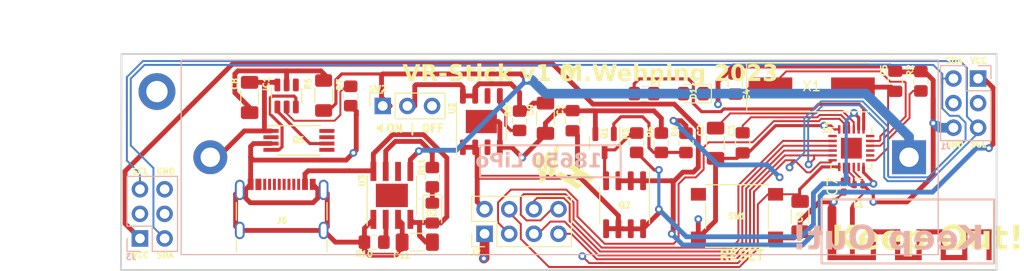
<source format=kicad_pcb>
(kicad_pcb (version 20221018) (generator pcbnew)
  (layers (0 "F.Cu" signal) (31 "B.Cu" signal) (34 "B.Paste" user) (35 "F.Paste" user) (36 "B.SilkS" user "B.Silkscreen") (37 "F.SilkS" user "F.Silkscreen") (38 "B.Mask" user) (39 "F.Mask" user) (44 "Edge.Cuts" user))
  (net 0 "")
  (net 1 "GND")
  (net 2 "+3V3")
  (net 3 "Net-(U4-DEC1)")
  (net 4 "Net-(U4-DEC2)")
  (net 5 "/RST")
  (net 6 "/V_PA")
  (net 7 "-BATT")
  (net 8 "Net-(IC1-VDD)")
  (net 9 "Net-(C9-Pad2)")
  (net 10 "Net-(D1-A)")
  (net 11 "Net-(D2-K)")
  (net 13 "Net-(IC1-OD)")
  (net 14 "Net-(IC1-CS)")
  (net 15 "Net-(IC1-OC)")
  (net 17 "VBUS")
  (net 18 "/SD0")
  (net 21 "/MISO")
  (net 22 "/PROG")
  (net 23 "/CSN")
  (net 24 "/MOSI")
  (net 25 "/SCK")
  (net 28 "/B+")
  (net 29 "/ANT2")
  (net 30 "/ANT1")
  (net 32 "Net-(Q1-B)")
  (net 33 "Net-(Q1-C)")
  (net 35 "/LED")
  (net 36 "/CTRL")
  (net 37 "Net-(U2-CE)")
  (net 38 "Net-(U3-PROG)")
  (net 39 "Net-(U3-~{CHRG})")
  (net 44 "Net-(AE1-A)")
  (net 46 "/VUSB")
  (net 47 "Net-(U4-XC2)")
  (net 48 "Net-(U4-XC1)")
  (net 49 "Net-(U4-IREF)")
  (footprint "Package_SO:HTSOP-8-1EP_3.9x4.9mm_P1.27mm_EP2.4x3.2mm" (layer "F.Cu") (at 56.134 24.728 90)
    (fp_text reference "U2")
    (fp_text value "XC6220B331QR-G")
  )
  (footprint "LED_SMD:LED_0805_2012Metric_Pad1.15x1.40mm_HandSolder" (layer "F.Cu") (at 51.0794 34.1768 -90)
    (fp_text reference "D2")
    (fp_text value "RED")
  )
  (footprint "Capacitor_SMD:C_0805_2012Metric_Pad1.18x1.45mm_HandSolder" (layer "F.Cu") (at 82.296 20.8495 90)
    (fp_text reference "C4")
    (fp_text value "15pF")
  )
  (footprint "Capacitor_SMD:C_0805_2012Metric_Pad1.18x1.45mm_HandSolder" (layer "F.Cu") (at 98.7806 20.5624 -90)
    (fp_text reference "C5")
    (fp_text value "15pF")
  )
  (footprint "Capacitor_SMD:C_0805_2012Metric_Pad1.18x1.45mm_HandSolder" (layer "F.Cu") (at 83.058 26.924 90)
    (fp_text reference "C3")
    (fp_text value "33nF")
  )
  (footprint "Resistor_SMD:R_0805_2012Metric_Pad1.20x1.40mm_HandSolder" (layer "F.Cu") (at 101.4222 20.5624 -90)
    (fp_text reference "R2")
    (fp_text value "22k 1%")
  )
  (footprint "RF_Converter:Balun_Johanson_1.6x0.8mm" (layer "F.Cu") (at 94.996 31.496 180)
    (fp_text reference "L1")
    (fp_text value "~")
  )
  (footprint "Resistor_SMD:R_0805_2012Metric_Pad1.20x1.40mm_HandSolder" (layer "F.Cu") (at 72.136 26.9124 90)
    (fp_text reference "R3")
    (fp_text value "33k")
  )
  (footprint "Resistor_SMD:R_0805_2012Metric_Pad1.20x1.40mm_HandSolder" (layer "F.Cu") (at 77.216 26.924 -90)
    (fp_text reference "R4")
    (fp_text value "3.3k")
  )
  (footprint "FS8205A:SOP65P640X120-8N" (layer "F.Cu") (at 37.338 26.67)
    (fp_text reference "Q5")
    (fp_text value "FS8205A")
  )
  (footprint "Resistor_SMD:R_0805_2012Metric_Pad1.20x1.40mm_HandSolder" (layer "F.Cu") (at 74.676 26.9124 -90)
    (fp_text reference "R5")
    (fp_text value "100k")
  )
  (footprint "Capacitor_SMD:C_1206_3216Metric_Pad1.33x1.80mm_HandSolder" (layer "F.Cu") (at 62.738 24.384 90)
    (fp_text reference "C9")
    (fp_text value "100nF")
  )
  (footprint "Resistor_SMD:R_0805_2012Metric_Pad1.20x1.40mm_HandSolder" (layer "F.Cu") (at 72.898 21.844)
    (fp_text reference "R1")
    (fp_text value "180")
  )
  (footprint "Resistor_SMD:R_0805_2012Metric_Pad1.20x1.40mm_HandSolder" (layer "F.Cu") (at 60.071 24.638 -90)
    (fp_text reference "R8")
    (fp_text value "10k")
  )
  (footprint "Capacitor_SMD:C_0805_2012Metric_Pad1.18x1.45mm_HandSolder" (layer "F.Cu") (at 65.532 24.638 -90)
    (fp_text reference "C1")
    (fp_text value "100nF")
  )
  (footprint "Capacitor_SMD:C_1206_3216Metric_Pad1.33x1.80mm_HandSolder" (layer "F.Cu") (at 32.258 22.2388 -90)
    (fp_text reference "C8")
    (fp_text value "100nF")
  )
  (footprint "TP4056:SOP127P600X175-9N" (layer "F.Cu") (at 46.9138 32.348 90)
    (fp_text reference "U3")
    (fp_text value "TP4056")
  )
  (footprint "Resistor_SMD:R_0805_2012Metric_Pad1.20x1.40mm_HandSolder" (layer "F.Cu") (at 45.085 37.174 180)
    (fp_text reference "R10")
    (fp_text value "R_PROG")
  )
  (footprint "Crystal:Crystal_SMD_HC49-SD" (layer "F.Cu") (at 90.17 21.172)
    (fp_text reference "X1")
    (fp_text value "16MHz")
  )
  (footprint "Capacitor_SMD:C_1206_3216Metric_Pad1.33x1.80mm_HandSolder" (layer "F.Cu") (at 80.264 26.9632 90)
    (fp_text reference "C2")
    (fp_text value "100nF")
  )
  (footprint "Connector_PinSocket_2.54mm:PinSocket_1x03_P2.54mm_Vertical" (layer "F.Cu") (at 45.974 23.114 90)
    (fp_text reference "SW2")
    (fp_text value "POWER")
  )
  (footprint "Resistor_SMD:R_0805_2012Metric_Pad1.20x1.40mm_HandSolder" (layer "F.Cu") (at 51.0794 30.4684 90)
    (fp_text reference "R11")
    (fp_text value "180")
  )
  (footprint "Resistor_SMD:R_1206_3216Metric_Pad1.30x1.75mm_HandSolder" (layer "F.Cu") (at 39.878 22.0356 90)
    (fp_text reference "R6")
    (fp_text value "100")
  )
  (footprint "Capacitor_SMD:C_1206_3216Metric_Pad1.33x1.80mm_HandSolder" (layer "F.Cu") (at 49.53 37.174 180)
    (fp_text reference "C11")
    (fp_text value "100nF")
  )
  (footprint "Capacitor_SMD:C_0402_1005Metric_Pad0.74x0.62mm_HandSolder" (layer "F.Cu") (at 93.472 31.4365 90)
    (fp_text reference "C7")
    (fp_text value "2.2nF")
  )
  (footprint "Package_SO:SOIC-8_3.9x4.9mm_P1.27mm" (layer "F.Cu") (at 70.8914 33.3132 -90)
    (fp_text reference "Q2")
    (fp_text value "IRF7404")
  )
  (footprint "Package_DFN_QFN:QFN-24-1EP_4x4mm_P0.5mm_EP2.15x2.15mm" (layer "F.Cu") (at 94.2594 27.4712 -90)
    (fp_text reference "U4")
    (fp_text value "~")
  )
  (footprint "MountingHole:MountingHole_2.2mm_M2_DIN965" (layer "F.Cu") (at 106.426 31.242)
    (fp_text reference "REF**" hide)
    (fp_text value "MountingHole_2.2mm_M2_DIN965" hide)
  )
  (footprint "Capacitor_SMD:C_1206_3216Metric_Pad1.33x1.80mm_HandSolder" (layer "F.Cu") (at 88.9762 34.5324 -90)
    (fp_text reference "C6")
    (fp_text value "100nF")
  )
  (footprint "Package_TO_SOT_SMD:SOT-23" (layer "F.Cu") (at 68.834 26.9355 -90)
    (fp_text reference "Q1")
    (fp_text value "BC847")
  )
  (footprint "Package_TO_SOT_SMD:SOT-23-6" (layer "F.Cu") (at 36.068 22.0864 90)
    (fp_text reference "IC1")
    (fp_text value "DW01A")
  )
  (footprint "Connector_PinHeader_2.54mm:PinHeader_2x04_P2.54mm_Vertical" (layer "F.Cu") (at 56.4642 36.3104 90)
    (fp_text reference "J2")
    (fp_text value "Conn_02x04_Odd_Even" hide)
  )
  (footprint "Button_Switch_SMD:SW_Push_1P1T_NO_6x6mm_H9.5mm" (layer "F.Cu") (at 82.4738 34.4816)
    (fp_text reference "SW1")
    (fp_text value "RESET")
  )
  (footprint "Resistor_SMD:R_0805_2012Metric_Pad1.20x1.40mm_HandSolder" (layer "F.Cu") (at 42.672 22.0864 -90)
    (fp_text reference "R7")
    (fp_text value "1k")
  )
  (footprint "LED_SMD:LED_0805_2012Metric_Pad1.15x1.40mm_HandSolder" (layer "F.Cu") (at 77.978 21.844 180)
    (fp_text reference "D1")
    (fp_text value "BLUE")
  )
  (footprint "Connector_USB:USB_C_Receptacle_GCT_USB4105-xx-A_16P_TopMnt_Horizontal" (layer "F.Cu") (at 35.56 34.888)
    (fp_text reference "J6")
    (fp_text value "USB_C_Receptacle_PowerOnly_6P" hide)
  )
  (footprint "MountingHole:MountingHole_2.2mm_M2_DIN965_Pad_TopBottom" (layer "F.Cu") (at 22.7076 21.6292)
    (fp_text reference "REF**" hide)
    (fp_text value "MountingHole_2.2mm_M2_DIN965_Pad_TopBottom" hide)
  )
  (footprint "Battery:BatteryHolder_MPD_BH-18650-PC2" (layer "B.Cu") (at 100.203 28.411 180)
    (fp_text reference "J4" hide)
    (fp_text value "Conn_01x02_Pin")
  )
  (footprint "Connector_PinHeader_2.54mm:PinHeader_2x03_P2.54mm_Vertical" (layer "B.Cu") (at 107.315 20.283 180)
    (fp_text reference "J1")
    (fp_text value "I2C Port")
  )
  (footprint "Connector_PinHeader_2.54mm:PinHeader_2x03_P2.54mm_Vertical" (layer "B.Cu") (at 20.955 36.793)
    (fp_text reference "J3")
    (fp_text value "I2C Port")
  )
  (gr_poly (pts (xy 94.112 33.617) (xy 94.294416 33.236552) (xy 94.488 33.274) (xy 94.612 33.617)) (fill solid) (layer "F.Cu"))
  (gr_rect (start 91.81 38.527) (end 96.79 39.027) (fill solid) (layer "F.Cu"))
  (gr_rect (start 94.112 33.617) (end 94.612 39.027) (fill solid) (layer "F.Cu"))
  (gr_rect (start 103.47 35.857) (end 104 39.027) (fill solid) (layer "F.Cu"))
  (gr_rect (start 105.68 35.857) (end 108.71 36.377) (fill solid) (layer "F.Cu"))
  (gr_rect (start 105.68 35.857) (end 106.21 39.027) (fill solid) (layer "F.Cu"))
  (gr_rect (start 100.97 35.857) (end 101.5 39.027) (fill solid) (layer "F.Cu"))
  (gr_rect (start 98.76 35.857) (end 99.29 39.027) (fill solid) (layer "F.Cu"))
  (gr_rect (start 96.26 35.857) (end 99.29 36.377) (fill solid) (layer "F.Cu"))
  (gr_rect (start 98.76 38.497) (end 101.5 39.027) (fill solid) (layer "F.Cu"))
  (gr_rect (start 96.26 35.857) (end 96.79 39.027) (fill solid) (layer "F.Cu"))
  (gr_rect (start 100.97 35.857) (end 104 36.377) (fill solid) (layer "F.Cu"))
  (gr_rect (start 91.81 33.617) (end 92.71 39.027) (fill solid) (layer "F.Cu"))
  (gr_rect (start 103.47 38.497) (end 106.21 39.027) (fill solid) (layer "F.Cu"))
  (gr_rect (start 108.18 35.857) (end 108.71 39.027) (fill solid) (layer "F.Cu"))
  (gr_poly (pts (xy 91.81 33.617) (xy 92.072973 32.959012) (xy 92.967525 32.368608) (xy 92.511304 33.245268) (xy 92.71 33.617) (xy 92.202 33.782)) (fill solid) (layer "F.Cu"))
  (gr_rect (start 56.007 27.178) (end 70.485 30.48) (stroke (width 0.2)) (fill none) (layer "B.SilkS"))
  (gr_rect (start 91.186 32.766) (end 108.966 39.37) (stroke (width 0.2)) (fill none) (layer "B.SilkS"))
  (gr_poly (pts (xy 66.135349 29.486848) (xy 67.083551 30.086166) (xy 67.632561 30.432591) (xy 67.654032 30.446313) (xy 67.673529 30.459158) (xy 67.691133 30.471212) (xy 67.706924 30.482563) (xy 67.720986 30.493298) (xy 67.733398 30.503504) (xy 67.744242 30.513269) (xy 67.7536 30.522678) (xy 67.761552 30.53182) (xy 67.76818 30.540782) (xy 67.773565 30.54965) (xy 67.777789 30.558512) (xy 67.780933 30.567456) (xy 67.783078 30.576567) (xy 67.784306 30.585933) (xy 67.784697 30.595642) (xy 67.784579 30.600862) (xy 67.784213 30.605971) (xy 67.783573 30.610987) (xy 67.782637 30.615932) (xy 67.781381 30.620825) (xy 67.779784 30.625687) (xy 67.77782 30.630537) (xy 67.775467 30.635397) (xy 67.772703 30.640286) (xy 67.769503 30.645225) (xy 67.765845 30.650233) (xy 67.761704 30.655332) (xy 67.757059 30.66054) (xy 67.751886 30.66588) (xy 67.746162 30.67137) (xy 67.739863 30.677031) (xy 67.732967 30.682884) (xy 67.725449 30.688948) (xy 67.717288 30.695243) (xy 67.708459 30.701791) (xy 67.688708 30.715723) (xy 67.666009 30.730906) (xy 67.640177 30.747502) (xy 67.611026 30.765672) (xy 67.578372 30.785578) (xy 67.542028 30.807384) (xy 67.446163 30.864234) (xy 67.364533 30.912059) (xy 67.305783 30.945833) (xy 67.278558 30.960531) (xy 67.27691 30.960594) (xy 67.274134 30.959922) (xy 67.265311 30.956446) (xy 67.252328 30.950245) (xy 67.235423 30.941458) (xy 67.190803 30.916694) (xy 67.133356 30.883281) (xy 67.064991 30.842346) (xy 66.987616 30.795018) (xy 66.903139 30.742422) (xy 66.813466 30.685687) (xy 66.638869 30.575646) (xy 66.491914 30.485447) (xy 66.388048 30.424406) (xy 66.357101 30.40773) (xy 66.347718 30.403363) (xy 66.342718 30.401836) (xy 66.332328 30.404969) (xy 66.312687 30.414084) (xy 66.250736 30.447202) (xy 66.16703 30.495073) (xy 66.071735 30.551579) (xy 65.975017 30.610606) (xy 65.887041 30.666036) (xy 65.817973 30.711752) (xy 65.793706 30.729056) (xy 65.777977 30.741638) (xy 65.775603 30.74418) (xy 65.774664 30.745535) (xy 65.773896 30.746951) (xy 65.773302 30.74843) (xy 65.772888 30.749975) (xy 65.772656 30.75159) (xy 65.772611 30.753278) (xy 65.772758 30.755042) (xy 65.773099 30.756885) (xy 65.774384 30.760819) (xy 65.776498 30.765106) (xy 65.779473 30.769771) (xy 65.783342 30.774839) (xy 65.788137 30.780334) (xy 65.793892 30.786281) (xy 65.800637 30.792705) (xy 65.808406 30.79963) (xy 65.817232 30.807082) (xy 65.827145 30.815086) (xy 65.83818 30.823665) (xy 65.850368 30.832846) (xy 65.863742 30.842652) (xy 65.894177 30.86424) (xy 65.929744 30.888629) (xy 65.970703 30.916017) (xy 66.017314 30.946603) (xy 66.069835 30.980583) (xy 66.128526 31.018158) (xy 66.193647 31.059526) (xy 66.64489 31.345287) (xy 66.344035 31.525716) (xy 66.225435 31.595773) (xy 66.124917 31.653144) (xy 66.084756 31.675222) (xy 66.053095 31.691908) (xy 66.031262 31.702462) (xy 66.024445 31.705209) (xy 66.020582 31.706145) (xy 66.016566 31.705069) (xy 66.0093 31.701914) (xy 65.985742 31.689788) (xy 65.951354 31.670616) (xy 65.907584 31.64525) (xy 65.855881 31.61454) (xy 65.797691 31.579335) (xy 65.734463 31.540486) (xy 65.667643 31.498844) (xy 63.715125 30.263593) (xy 63.715734 30.261632) (xy 63.719704 30.257789) (xy 63.73686 30.244973) (xy 63.802007 30.202377) (xy 63.896768 30.143951) (xy 64.007347 30.077841) (xy 64.119946 30.012192) (xy 64.220766 29.955151) (xy 64.296012 29.914862) (xy 64.319732 29.903546) (xy 64.331884 29.899473) (xy 64.336564 29.900677) (xy 64.345007 29.904312) (xy 64.357003 29.910254) (xy 64.372343 29.918379) (xy 64.412214 29.940685) (xy 64.462944 29.970237) (xy 64.522853 30.006045) (xy 64.590266 30.047118) (xy 64.663504 30.092465) (xy 64.740889 30.141094) (xy 64.891105 30.23511) (xy 65.01732 30.312102) (xy 65.106282 30.364123) (xy 65.132652 30.378286) (xy 65.140585 30.381972) (xy 65.14474 30.383228) (xy 65.158851 30.379292) (xy 65.183394 30.368146) (xy 65.257431 30.328209) (xy 65.354165 30.271389) (xy 65.460909 30.205653) (xy 65.564976 30.138971) (xy 65.65368 30.079311) (xy 65.688306 30.054605) (xy 65.714334 30.034643) (xy 65.730178 30.020421) (xy 65.733785 30.015774) (xy 65.734252 30.012935) (xy 65.730994 30.009579) (xy 65.724055 30.003974) (xy 65.699924 29.986531) (xy 65.663432 29.961639) (xy 65.616152 29.930328) (xy 65.559658 29.893628) (xy 65.495523 29.852573) (xy 65.425321 29.808192) (xy 65.350625 29.761517) (xy 65.206762 29.670564) (xy 65.088951 29.593091) (xy 65.043614 29.561974) (xy 65.009349 29.537304) (xy 64.987676 29.520107) (xy 64.982036 29.514632) (xy 64.980113 29.511409) (xy 64.980508 29.510158) (xy 64.98168 29.508464) (xy 64.986276 29.503802) (xy 64.993748 29.497524) (xy 65.00394 29.48973) (xy 65.016697 29.480522) (xy 65.031864 29.470001) (xy 65.068813 29.44542) (xy 65.113545 29.416795) (xy 65.164825 29.384933) (xy 65.221412 29.35064) (xy 65.282068 29.314723) (xy 65.584022 29.137946)) (fill solid) (layer "F.SilkS"))
  (gr_rect (start 91.186 32.766) (end 108.966 39.37) (stroke (width 0.2)) (fill none) (layer "F.SilkS"))
  (gr_poly (pts (xy 45.974 25.908) (xy 45.212 25.4) (xy 45.974 24.892)) (fill solid) (layer "F.SilkS"))
  (gr_poly (pts (xy 64.15368 27.140268) (xy 64.150585 27.172613) (xy 64.138248 27.26185) (xy 64.089635 27.586298) (xy 64.015407 28.064199) (xy 63.923128 28.646142) (xy 63.754 29.718) (xy 63.683655 30.192915) (xy 63.683422 30.196255) (xy 63.682719 30.199766) (xy 63.681543 30.203451) (xy 63.679889 30.207313) (xy 63.677752 30.211356) (xy 63.675128 30.215584) (xy 63.672012 30.219999) (xy 63.668402 30.224606) (xy 63.66429 30.229408) (xy 63.659675 30.234409) (xy 63.65455 30.239611) (xy 63.648913 30.245019) (xy 63.63608 30.256465) (xy 63.621141 30.268775) (xy 63.604061 30.281976) (xy 63.584806 30.296098) (xy 63.563339 30.311167) (xy 63.539625 30.327212) (xy 63.51363 30.34426) (xy 63.485318 30.362341) (xy 63.454655 30.381481) (xy 63.421604 30.40171) (xy 63.159553 30.560684) (xy 63.14655 30.4918) (xy 63.14241 30.462977) (xy 63.135595 30.407119) (xy 63.115381 30.227474) (xy 63.08879 29.979216) (xy 63.058704 29.688697) (xy 63.028547 29.40362) (xy 63.001762 29.170178) (xy 62.981261 29.012461) (xy 62.974277 28.969527) (xy 62.969956 28.954558) (xy 62.968011 28.959335) (xy 62.965082 28.973338) (xy 62.956511 29.027131) (xy 62.944718 29.112167) (xy 62.93018 29.224673) (xy 62.894768 29.517013) (xy 62.854076 29.873985) (xy 62.779119 30.528134) (xy 62.754032 30.730911) (xy 62.742105 30.809877) (xy 62.740089 30.812152) (xy 62.736172 30.815519) (xy 62.730458 30.819911) (xy 62.72305 30.825263) (xy 62.703569 30.838575) (xy 62.678558 30.854923) (xy 62.648847 30.873772) (xy 62.615265 30.894589) (xy 62.578643 30.91684) (xy 62.53981 30.939991) (xy 62.387539 31.030774) (xy 62.328409 31.06662) (xy 62.29148 31.089559) (xy 62.282047 31.095524) (xy 62.273689 31.100501) (xy 62.269884 31.102589) (xy 62.266314 31.104395) (xy 62.262966 31.105905) (xy 62.259828 31.107108) (xy 62.256891 31.107992) (xy 62.254141 31.108544) (xy 62.251568 31.108753) (xy 62.249159 31.108606) (xy 62.246904 31.108092) (xy 62.24479 31.107197) (xy 62.242806 31.105911) (xy 62.240942 31.104221) (xy 62.239184 31.102115) (xy 62.237522 31.09958) (xy 62.235944 31.096605) (xy 62.234438 31.093178) (xy 62.232993 31.089286) (xy 62.231598 31.084918) (xy 62.23024 31.080061) (xy 62.228909 31.074704) (xy 62.226279 31.062437) (xy 62.223616 31.048023) (xy 62.220827 31.031363) (xy 62.21782 31.012362) (xy 62.21782 31.012363) (xy 62.151229 30.641991) (xy 62.015882 29.910479) (xy 61.93676 29.473662) (xy 61.879041 29.127569) (xy 61.85852 28.990538) (xy 61.843723 28.878581) (xy 61.834776 28.792497) (xy 61.831804 28.733083) (xy 61.832036 28.544374) (xy 62.056344 28.406061) (xy 62.127915 28.362167) (xy 62.182598 28.329621) (xy 62.204374 28.317348) (xy 62.222848 28.307603) (xy 62.238327 28.300286) (xy 62.251118 28.295292) (xy 62.261527 28.29252) (xy 62.265934 28.291934) (xy 62.26986 28.291866) (xy 62.273345 28.292301) (xy 62.276426 28.293228) (xy 62.279141 28.294633) (xy 62.281529 28.296504) (xy 62.283628 28.298827) (xy 62.285477 28.30159) (xy 62.288577 28.308384) (xy 62.291134 28.316784) (xy 62.293457 28.326686) (xy 62.305887 28.408987) (xy 62.330268 28.589507) (xy 62.363078 28.841601) (xy 62.400794 29.13863) (xy 62.45437 29.554075) (xy 62.490562 29.805276) (xy 62.502944 29.874236) (xy 62.511945 29.908075) (xy 62.515279 29.912444) (xy 62.517889 29.908775) (xy 62.521097 29.878315) (xy 62.530471 29.790789) (xy 62.554806 29.580182) (xy 62.633591 28.916028) (xy 62.744476 27.991224) (xy 62.967479 27.851438) (xy 63.054562 27.797657) (xy 63.126818 27.754558) (xy 63.155035 27.738383) (xy 63.176724 27.726521) (xy 63.190945 27.71952) (xy 63.194961 27.718014) (xy 63.196758 27.717928) (xy 63.200001 27.735389) (xy 63.206859 27.782995) (xy 63.229722 27.955519) (xy 63.261955 28.209249) (xy 63.300164 28.517935) (xy 63.371778 29.081563) (xy 63.395911 29.255398) (xy 63.403516 29.303778) (xy 63.407561 29.322067) (xy 63.409475 29.323652) (xy 63.410423 29.324145) (xy 63.411367 29.32442) (xy 63.41231 29.324463) (xy 63.413254 29.324259) (xy 63.4142 29.323795) (xy 63.41515 29.323057) (xy 63.417073 29.320702) (xy 63.419038 29.317082) (xy 63.42106 29.312086) (xy 63.423157 29.3056) (xy 63.425343 29.297514) (xy 63.427636 29.287714) (xy 63.43005 29.27609) (xy 63.432601 29.262529) (xy 63.438181 29.229148) (xy 63.444504 29.186676) (xy 63.451695 29.134216) (xy 63.459884 29.070873) (xy 63.469198 28.99575) (xy 63.479763 28.907951) (xy 63.505161 28.690744) (xy 63.537099 28.412083) (xy 63.609165 27.793614) (xy 63.646871 27.495594) (xy 63.647975 27.490526) (xy 63.649368 27.485478) (xy 63.651067 27.480437) (xy 63.653086 27.475391) (xy 63.655442 27.470326) (xy 63.658149 27.465228) (xy 63.661223 27.460086) (xy 63.664679 27.454885) (xy 63.668534 27.449613) (xy 63.672801 27.444256) (xy 63.677497 27.438803) (xy 63.682637 27.433238) (xy 63.688237 27.42755) (xy 63.694311 27.421725) (xy 63.700876 27.41575) (xy 63.707946 27.409612) (xy 63.723666 27.396795) (xy 63.741594 27.38317) (xy 63.761853 27.36863) (xy 63.784567 27.353072) (xy 63.809858 27.336391) (xy 63.837851 27.318481) (xy 63.868669 27.299239) (xy 63.902435 27.27856) (xy 63.951295 27.24917) (xy 63.997229 27.222104) (xy 64.039206 27.197928) (xy 64.076197 27.177211) (xy 64.10717 27.160519) (xy 64.131095 27.14842) (xy 64.146942 27.14148) (xy 64.151514 27.140123)) (fill solid) (layer "F.SilkS"))
  (gr_poly (pts (xy 19.05 19.648) (xy 19.05 17.743) (xy 109.22 17.743) (xy 109.22 40.0442) (xy 18.9992 40.0442)) (stroke (width 0.2)) (fill none) (layer "Edge.Cuts"))
  (gr_text "Keep Out!" (at 107.95 38.354) (layer "B.SilkS") (effects (font (size 2.5 2.5) (thickness 0.3) bold) (justify left bottom mirror)))
  (gr_text "18650 LiPo" (at 68.58 29.718) (layer "B.SilkS") (effects (font (size 1.5 1.5) (thickness 0.3) bold) (justify left bottom mirror)))
  (gr_text "SDA" (at 22.606 38.862) (layer "F.SilkS") (effects (font (size 0.6 0.6) (thickness 0.15) bold) (justify left bottom)))
  (gr_text "M.Wehning 2023" (at 64.262 20.828) (layer "F.SilkS") (effects (font (size 1.7 1.7) (thickness 0.3) bold) (justify left bottom)))
  (gr_text "SCL" (at 106.426 27.432) (layer "F.SilkS") (effects (font (size 0.6 0.6) (thickness 0.15) bold) (justify left bottom)))
  (gr_text "VR-Stick v1 0 " (at 48.006 20.828) (layer "F.SilkS") (effects (font (size 1.7 1.7) (thickness 0.3) bold) (justify left bottom)))
  (gr_text "GND" (at 103.886 27.432) (layer "F.SilkS") (effects (font (size 0.6 0.6) (thickness 0.15) bold) (justify left bottom)))
  (gr_text "SDA" (at 103.886 18.796) (layer "F.SilkS") (effects (font (size 0.6 0.6) (thickness 0.15) bold) (justify left bottom)))
  (gr_text "GND" (at 22.606 30.226) (layer "F.SilkS") (effects (font (size 0.6 0.6) (thickness 0.15) bold) (justify left bottom)))
  (gr_text "ON | OFF" (at 46.228 25.908) (layer "F.SilkS") (effects (font (size 0.8 0.8) (thickness 0.2) bold) (justify left bottom)))
  (gr_text "Keep Out!" (at 92.202 38.354) (layer "F.SilkS") (effects (font (size 2.5 2.5) (thickness 0.3) bold) (justify left bottom)))
  (gr_text "RESET" (at 80.518 39.116) (layer "F.SilkS") (effects (font (size 1 1) (thickness 0.25) bold) (justify left bottom)))
  (gr_text "SCL" (at 20.066 30.226) (layer "F.SilkS") (effects (font (size 0.6 0.6) (thickness 0.15) bold) (justify left bottom)))
  (gr_text "VCC" (at 106.426 18.796) (layer "F.SilkS") (effects (font (size 0.6 0.6) (thickness 0.15) bold) (justify left bottom)))
  (gr_text "VCC" (at 20.066 38.862) (layer "F.SilkS") (effects (font (size 0.6 0.6) (thickness 0.15) bold) (justify left bottom)))
  (segment (start 93.472 32.004) (end 93.077975 32.398025) (width 0.2) (layer "F.Cu") (net 1))
  (segment (start 44.085 37.174) (end 41.091 37.174) (width 0.5) (layer "F.Cu") (net 1))
  (segment (start 59.27425 27.378) (end 58.039 27.378) (width 0.5) (layer "F.Cu") (net 1))
  (segment (start 47.9806 35.2548) (end 47.5488 34.823) (width 0.5) (layer "F.Cu") (net 1))
  (segment (start 42.203314 28.702) (end 42.945657 27.959657) (width 0.5) (layer "F.Cu") (net 1))
  (segment (start 82.0956 19.6116) (end 82.0956 18.9964) (width 0.5) (layer "F.Cu") (net 1))
  (segment (start 47.9806 37.1609) (end 47.9806 35.2548) (width 0.5) (layer "F.Cu") (net 1))
  (segment (start 31.845 32.624726) (end 31.845 31.723) (width 0.5) (layer "F.Cu") (net 1))
  (segment (start 42.672 23.0864) (end 43.2562 23.6706) (width 0.5) (layer "F.Cu") (net 1))
  (segment (start 101.3874 19.5972) (end 101.4222 19.5624) (width 0.5) (layer "F.Cu") (net 1))
  (segment (start 43.241948 27.663366) (end 42.945657 27.959657) (width 0.5) (layer "F.Cu") (net 1))
  (segment (start 99.994 33.02) (end 102.6922 30.3218) (width 0.5) (layer "F.Cu") (net 1))
  (segment (start 34.458 26.995) (end 32.658 26.995) (width 0.5) (layer "F.Cu") (net 1))
  (segment (start 96.52 32.287495) (end 95.728505 31.496) (width 0.32) (layer "F.Cu") (net 1))
  (segment (start 92.653012 32.822987) (end 92.258987 33.217012) (width 0.2) (layer "F.Cu") (net 1))
  (segment (start 91.44 25.146) (end 86.448835 25.146) (width 0.32) (layer "F.Cu") (net 1))
  (segment (start 58.039 25.5408) (end 58.039 27.378) (width 0.5) (layer "F.Cu") (net 1))
  (segment (start 92.202 33.274) (end 92.202 38.608) (width 0.2) (layer "F.Cu") (net 1))
  (segment (start 44.62 38.524) (end 47.328 38.524) (width 0.5) (layer "F.Cu") (net 1))
  (segment (start 39.275 31.723) (end 39.275 32.624726) (width 0.5) (layer "F.Cu") (net 1))
  (segment (start 102.6922 22.3912) (end 102.6922 20.4608) (width 0.5) (layer "F.Cu") (net 1))
  (segment (start 32.328274 33.108) (end 31.845 32.624726) (width 0.5) (layer "F.Cu") (net 1))
  (segment (start 83.058 27.9615) (end 82.4938 28.5257) (width 0.32) (layer "F.Cu") (net 1))
  (segment (start 30.8102 32.2128) (end 31.24 31.783) (width 0.5) (layer "F.Cu") (net 1))
  (segment (start 80.518 20.574) (end 82.0956 18.9964) (width 0.5) (layer "F.Cu") (net 1))
  (segment (start 80.518 22.098) (end 80.518 20.574) (width 0.5) (layer "F.Cu") (net 1))
  (segment (start 32.36 28.40612) (end 32.65588 28.702) (width 0.5) (layer "F.Cu") (net 1))
  (segment (start 98.2521 18.9964) (end 98.7806 19.5249) (width 0.5) (layer "F.Cu") (net 1))
  (segment (start 67.818 23.622) (end 65.5535 23.622) (width 0.5) (layer "F.Cu") (net 1))
  (segment (start 47.9675 37.174) (end 47.9806 37.1609) (width 0.5) (layer "F.Cu") (net 1))
  (segment (start 67.884 25.998) (end 67.884 23.688) (width 0.5) (layer "F.Cu") (net 1))
  (segment (start 86.448835 25.146) (end 83.633335 27.9615) (width 0.32) (layer "F.Cu") (net 1))
  (segment (start 102.6922 24.892) (end 102.6922 22.3912) (width 0.5) (layer "F.Cu") (net 1))
  (segment (start 39.275 32.624726) (end 38.791726 33.108) (width 0.5) (layer "F.Cu") (net 1))
  (segment (start 58.039 24.872) (end 58.039 25.5408) (width 0.5) (layer "F.Cu") (net 1))
  (segment (start 62.738 25.9465) (end 62.738 24.892) (width 0.5) (layer "F.Cu") (net 1))
  (segment (start 90.981049 33.0175) (end 92.455999 33.0175) (width 0.5) (layer "F.Cu") (net 1))
  (segment (start 38.791726 33.108) (end 32.328274 33.108) (width 0.5) (layer "F.Cu") (net 1))
  (segment (start 39.88 35.963) (end 40.259 35.584) (width 0.5) (layer "F.Cu") (net 1))
  (segment (start 47.328 38.524) (end 47.9675 37.8845) (width 0.5) (layer "F.Cu") (net 1))
  (segment (start 101.7938 19.5624) (end 101.4222 19.5624) (width 0.5) (layer "F.Cu") (net 1))
  (segment (start 74.676 24.384) (end 73.914 23.622) (width 0.5) (layer "F.Cu") (net 1))
  (segment (start 60.34425 28.448) (end 59.27425 27.378) (width 0.5) (layer "F.Cu") (net 1))
  (segment (start 32.36 31.208) (end 32.36 30.133) (width 0.5) (layer "F.Cu") (net 1))
  (segment (start 92.15785 25.146) (end 92.54555 25.5337) (width 0.25) (layer "F.Cu") (net 1))
  (segment (start 82.0956 18.9964) (end 98.2521 18.9964) (width 0.5) (layer "F.Cu") (net 1))
  (segment (start 88.9762 35.022349) (end 90.981049 33.0175) (width 0.5) (layer "F.Cu") (net 1))
  (segment (start 43.241948 24.031052) (end 43.241948 27.663366) (width 0.5) (layer "F.Cu") (net 1))
  (segment (start 82.296 19.812) (end 82.0956 19.6116) (width 0.5) (layer "F.Cu") (net 1))
  (segment (start 91.44 25.146) (end 92.15785 25.146) (width 0.25) (layer "F.Cu") (net 1))
  (segment (start 32.36 27.293) (end 32.36 28.40612) (width 0.5) (layer "F.Cu") (net 1))
  (segment (start 80.518 21.844) (end 80.518 22.098) (width 0.5) (layer "F.Cu") (net 1))
  (segment (start 39.88 31.783) (end 39.82 31.723) (width 0.5) (layer "F.Cu") (net 1))
  (segment (start 62.738 24.892) (end 64.0295 23.6005) (width 0.5) (layer "F.Cu") (net 1))
  (segment (start 93.3175 32.1585) (end 92.6105 32.8655) (width 0.2) (layer "F.Cu") (net 1))
  (segment (start 57.895 24.728) (end 58.039 24.872) (width 0.5) (layer "F.Cu") (net 1))
  (segment (start 38.76 31.208) (end 39.275 31.723) (width 0.5) (layer "F.Cu") (net 1))
  (segment (start 43.2562 23.6706) (end 43.2562 24.0168) (width 0.5) (layer "F.Cu") (net 1))
  (segment (start 78.4988 36.7316) (end 80.264 34.9664) (width 0.5) (layer "F.Cu") (net 1))
  (segment (start 31.845 31.723) (end 32.36 31.208) (width 0.5) (layer "F.Cu") (net 1))
  (segment (start 98.8529 19.5972) (end 101.3874 19.5972) (width 0.5) (layer "F.Cu") (net 1))
  (segment (start 88.3395 36.7316) (end 88.9762 36.0949) (width 0.5) (layer "F.Cu") (net 1))
  (segment (start 32.658 26.995) (end 32.36 27.293) (width 0.5) (layer "F.Cu") (net 1))
  (segment (start 65.5535 23.622) (end 65.532 23.6005) (width 0.5) (layer "F.Cu") (net 1))
  (segment (start 95.728505 31.496) (end 95.406 31.496) (width 0.32) (layer "F.Cu") (net 1))
  (segment (start 39.82 31.723) (end 39.275 31.723) (width 0.5) (layer "F.Cu") (net 1))
  (segment (start 79.003 21.844) (end 80.518 21.844) (width 0.5) (layer "F.Cu") (net 1))
  (segment (start 44.085 37.989) (end 44.62 38.524) (width 0.5) (layer "F.Cu") (net 1))
  (segment (start 44.085 35.7468) (end 45.0088 34.823) (width 0.5) (layer "F.Cu") (net 1))
  (segment (start 62.738 26.05425) (end 62.738 25.9465) (width 0.5) (layer "F.Cu") (net 1))
  (segment (start 73.914 23.622) (end 67.0775 23.622) (width 0.5) (layer "F.Cu") (net 1))
  (segment (start 80.518 22.9435) (end 80.518 22.098) (width 0.5) (layer "F.Cu") (net 1))
  (segment (start 31.24 35.963) (end 30.8102 35.5332) (width 0.5) (layer "F.Cu") (net 1))
  (segment (start 56.4642 36.3104) (end 56.4642 38.7858) (width 1) (layer "F.Cu") (net 1))
  (segment (start 82.4938 28.5257) (end 80.264 28.5257) (width 0.32) (layer "F.Cu") (net 1))
  (segment (start 30.8102 35.5332) (end 30.8102 32.2128) (width 0.5) (layer "F.Cu") (net 1))
  (segment (start 88.9762 36.0949) (end 88.9762 35.022349) (width 0.5) (layer "F.Cu") (net 1))
  (segment (start 102.6922 30.3218) (end 102.6922 22.3912) (width 0.5) (layer "F.Cu") (net 1))
  (segment (start 31.24 31.783) (end 31.785 31.783) (width 0.5) (layer "F.Cu") (net 1))
  (segment (start 92.54555 25.5337) (end 93.0094 25.5337) (width 0.25) (layer "F.Cu") (net 1))
  (segment (start 96.52 33.02) (end 96.52 32.287495) (width 0.32) (layer "F.Cu") (net 1))
  (segment (start 102.6922 20.4608) (end 101.7938 19.5624) (width 0.5) (layer "F.Cu") (net 1))
  (segment (start 41.091 37.174) (end 39.88 35.963) (width 0.5) (layer "F.Cu") (net 1))
  (segment (start 32.65588 28.702) (end 42.203314 28.702) (width 0.5) (layer "F.Cu") (net 1))
  (segment (start 67.884 23.688) (end 67.818 23.622) (width 0.5) (layer "F.Cu") (net 1))
  (segment (start 47.9675 37.8845) (end 47.9675 37.174) (width 0.5) (layer "F.Cu") (net 1))
  (segment (start 60.34425 28.448) (end 62.738 26.05425) (width 0.5) (layer "F.Cu") (net 1))
  (segment (start 78.486 36.7188) (end 78.4988 36.7316) (width 0.5) (layer "F.Cu") (net 1))
  (segment (start 32.36 28.40612) (end 32.36 30.133) (width 0.5) (layer "F.Cu") (net 1))
  (segment (start 44.085 37.174) (end 44.085 35.7468) (width 0.5) (layer "F.Cu") (net 1))
  (segment (start 86.4488 36.7316) (end 88.3395 36.7316) (width 0.5) (layer "F.Cu") (net 1))
  (segment (start 74.676 25.9124) (end 74.676 24.384) (width 0.5) (layer "F.Cu") (net 1))
  (segment (start 83.633335 27.9615) (end 83.058 27.9615) (width 0.32) (layer "F.Cu") (net 1))
  (segment (start 96.52 33.02) (end 99.994 33.02) (width 0.5) (layer "F.Cu") (net 1))
  (segment (start 78.486 34.798) (end 78.486 36.7188) (width 0.5) (layer "F.Cu") (net 1))
  (segment (start 98.7806 19.5249) (end 98.8529 19.5972) (width 0.5) (layer "F.Cu") (net 1))
  (segment (start 64.0295 23.6005) (end 65.532 23.6005) (width 0.5) (layer "F.Cu") (net 1))
  (segment (start 31.785 31.783) (end 31.845 31.723) (width 0.5) (layer "F.Cu") (net 1))
  (segment (start 40.259 35.584) (end 40.259 32.162) (width 0.5) (layer "F.Cu") (net 1))
  (segment (start 40.259 32.162) (end 39.88 31.783) (width 0.5) (layer "F.Cu") (net 1))
  (segment (start 56.4642 38.7858) (end 56.388 38.862) (width 1) (layer "F.Cu") (net 1))
  (segment (start 56.134 24.728) (end 57.895 24.728) (width 0.5) (layer "F.Cu") (net 1))
  (segment (start 31.24 35.963) (end 39.88 35.963) (width 0.5) (layer "F.Cu") (net 1))
  (segment (start 43.2562 24.0168) (end 43.241948 24.031052) (width 0.5) (layer "F.Cu") (net 1))
  (segment (start 44.085 37.174) (end 44.085 37.989) (width 0.5) (layer "F.Cu") (net 1))
  (segment (start 80.264 34.9664) (end 80.264 28.5257) (width 0.5) (layer "F.Cu") (net 1))
  (via (at 92.455999 33.0175) (size 0.8) (drill 0.4) (layers "F.Cu" "B.Cu") (net 1))
  (via (at 56.388 38.862) (size 0.8) (drill 0.4) (layers "F.Cu" "B.Cu") (net 1))
  (via (at 78.486 34.798) (size 0.8) (drill 0.4) (layers "F.Cu" "B.Cu") (net 1))
  (via (at 42.945657 27.959657) (size 0.8) (drill 0.4) (layers "F.Cu" "B.Cu") (net 1))
  (via (at 96.52 33.02) (size 0.8) (drill 0.4) (layers "F.Cu" "B.Cu") (net 1))
  (via (at 102.6922 24.892) (size 0.8) (drill 0.4) (layers "F.Cu" "B.Cu") (net 1))
  (via (at 80.518 22.9435) (size 0.8) (drill 0.4) (layers "F.Cu" "B.Cu") (net 1))
  (via (at 91.44 25.146) (size 0.8) (drill 0.4) (layers "F.Cu" "B.Cu") (net 1))
  (via (at 60.34425 28.448) (size 0.8) (drill 0.4) (layers "F.Cu" "B.Cu") (net 1))
  (segment (start 104.775 25.363) (end 103.341 25.363) (width 1) (layer "B.Cu") (net 1))
  (segment (start 103.341 25.363) (end 103.124 25.146) (width 1) (layer "B.Cu") (net 1))
  (segment (start 55.71 29.7865) (end 55.71 30.4645) (width 0.5) (layer "F.Cu") (net 2))
  (segment (start 70.2564 34.4424) (end 70.2564 35.7882) (width 0.5) (layer "F.Cu") (net 2))
  (segment (start 68.9864 35.7882) (end 70.7266 35.7882) (width 0.5) (layer "F.Cu") (net 2))
  (segment (start 66.04 30.475) (end 66.04 26.1835) (width 0.5) (layer "F.Cu") (net 2))
  (segment (start 94.532308 23.831692) (end 95.0094 24.308784) (width 0.32) (layer "F.Cu") (net 2))
  (segment (start 66.289 30.475) (end 70.2564 34.4424) (width 0.5) (layer "F.Cu") (net 2))
  (segment (start 74.422 34.1626) (end 72.7964 35.7882) (width 0.5) (layer "F.Cu") (net 2))
  (segment (start 55.71 29.3) (end 55.71 29.7865) (width 0.5) (layer "F.Cu") (net 2))
  (segment (start 70.2564 35.7882) (end 68.9864 35.7882) (width 0.5) (layer "F.Cu") (net 2))
  (segment (start 70.7408 35.8024) (end 72.7822 35.8024) (width 0.5) (layer "F.Cu") (net 2))
  (segment (start 55.71 27.589) (end 55.499 27.378) (width 0.5) (layer "F.Cu") (net 2))
  (segment (start 96.534301 31.1545) (end 96.534301 30.996901) (width 0.32) (layer "F.Cu") (net 2))
  (segment (start 70.7266 35.7882) (end 70.7408 35.8024) (width 0.5) (layer "F.Cu") (net 2))
  (segment (start 74.422 33.782) (end 74.422 34.1626) (width 0.5) (layer "F.Cu") (net 2))
  (segment (start 95.5094 29.972) (end 95.5094 29.4087) (width 0.32) (layer "F.Cu") (net 2))
  (segment (start 55.71 30.4645) (end 55.7205 30.475) (width 0.5) (layer "F.Cu") (net 2))
  (segment (start 54.229 27.378) (end 55.499 27.378) (width 0.5) (layer "F.Cu") (net 2))
  (segment (start 55.7205 30.475) (end 66.04 30.475) (width 0.5) (layer "F.Cu") (net 2))
  (segment (start 55.71 33.0162) (end 55.71 29.7865) (width 0.5) (layer "F.Cu") (net 2))
  (segment (start 55.71 29.3) (end 55.71 27.589) (width 0.5) (layer "F.Cu") (net 2))
  (segment (start 66.04 30.475) (end 66.289 30.475) (width 0.5) (layer "F.Cu") (net 2))
  (segment (start 74.422 29.718) (end 73.9416 29.718) (width 0.32) (layer "F.Cu") (net 2))
  (segment (start 95.0094 24.308784) (end 95.0094 25.5337) (width 0.32) (layer "F.Cu") (net 2))
  (segment (start 96.534301 30.996901) (end 95.5094 29.972) (width 0.32) (layer "F.Cu") (net 2))
  (segment (start 66.04 26.1835) (end 65.532 25.6755) (width 0.5) (layer "F.Cu") (net 2))
  (segment (start 73.9416 29.718) (end 72.136 27.9124) (width 0.32) (layer "F.Cu") (net 2))
  (segment (start 56.4642 33.7704) (end 55.71 33.0162) (width 0.5) (layer "F.Cu") (net 2))
  (segment (start 72.7822 35.8024) (end 72.7964 35.7882) (width 0.5) (layer "F.Cu") (net 2))
  (via (at 74.422 29.718) (size 0.8) (drill 0.4) (layers "F.Cu" "B.Cu") (net 2))
  (via (at 74.422 33.782) (size 0.8) (drill 0.4) (layers "F.Cu" "B.Cu") (net 2))
  (via (at 94.532308 23.831692) (size 0.8) (drill 0.4) (layers "F.Cu" "B.Cu") (net 2))
  (via (at 96.534301 31.1545) (size 0.8) (drill 0.4) (layers "F.Cu" "B.Cu") (net 2))
  (segment (start 90.3478 32.10625) (end 91.30805 31.146) (width 0.5) (layer "B.Cu") (net 2))
  (segment (start 90.3478 35.3452) (end 90.3478 32.10625) (width 0.5) (layer "B.Cu") (net 2))
  (segment (start 93.726 31.146) (end 93.726 30.542) (width 0.5) (layer "B.Cu") (net 2))
  (segment (start 91.30805 31.146) (end 93.726 31.146) (width 0.5) (layer "B.Cu") (net 2))
  (segment (start 77.2552 36.6152) (end 89.0778 36.6152) (width 0.5) (layer "B.Cu") (net 2))
  (segment (start 89.0778 36.6152) (end 90.3478 35.3452) (width 0.5) (layer "B.Cu") (net 2))
  (segment (start 74.422 33.782) (end 77.2552 36.6152) (width 0.5) (layer "B.Cu") (net 2))
  (segment (start 96.446801 31.242) (end 93.822 31.242) (width 0.32) (layer "B.Cu") (net 2))
  (segment (start 93.726 24.638) (end 93.726 30.0986) (width 0.32) (layer "B.Cu") (net 2))
  (segment (start 96.534301 31.1545) (end 96.446801 31.242) (width 0.32) (layer "B.Cu") (net 2))
  (segment (start 94.532308 23.831692) (end 93.726 24.638) (width 0.32) (layer "B.Cu") (net 2))
  (segment (start 74.422 29.718) (end 74.422 33.782) (width 0.32) (layer "B.Cu") (net 2))
  (segment (start 93.726 30.542) (end 93.726 30.0986) (width 0.5) (layer "B.Cu") (net 2))
  (segment (start 93.822 31.242) (end 93.726 31.146) (width 0.32) (layer "B.Cu") (net 2))
  (segment (start 81.7787 23.886) (end 80.264 25.4007) (width 0.2) (layer "F.Cu") (net 3))
  (segment (start 90.57868 23.886) (end 81.7787 23.886) (width 0.2) (layer "F.Cu") (net 3))
  (segment (start 93.357371 23.646) (end 90.81868 23.646) (width 0.2) (layer "F.Cu") (net 3))
  (segment (start 94.5094 25.5337) (end 94.5094 24.798028) (width 0.2) (layer "F.Cu") (net 3))
  (segment (start 94.5094 24.798028) (end 93.357371 23.646) (width 0.2) (layer "F.Cu") (net 3))
  (segment (start 90.81868 23.646) (end 90.57868 23.886) (width 0.2) (layer "F.Cu") (net 3))
  (segment (start 90.984365 24.046) (end 90.744364 24.286) (width 0.2) (layer "F.Cu") (net 4))
  (segment (start 93.191686 24.046) (end 90.984365 24.046) (width 0.2) (layer "F.Cu") (net 4))
  (segment (start 83.058 25.146) (end 83.058 25.8865) (width 0.2) (layer "F.Cu") (net 4))
  (segment (start 90.744364 24.286) (end 83.918 24.286) (width 0.2) (layer "F.Cu") (net 4))
  (segment (start 94.0094 24.863714) (end 93.191686 24.046) (width 0.2) (layer "F.Cu") (net 4))
  (segment (start 94.0094 25.5337) (end 94.0094 24.863714) (width 0.2) (layer "F.Cu") (net 4))
  (segment (start 83.918 24.286) (end 83.058 25.146) (width 0.2) (layer "F.Cu") (net 4))
  (segment (start 86.4488 32.2316) (end 85.6624 32.2316) (width 0.2) (layer "F.Cu") (net 5))
  (segment (start 84.619999 37.84243) (end 82.724428 39.738) (width 0.2) (layer "F.Cu") (net 5))
  (segment (start 88.9254 32.258) (end 88.9254 31.7246) (width 0.32) (layer "F.Cu") (net 5))
  (segment (start 60.198 35.306) (end 59.0042 34.1122) (width 0.2) (layer "F.Cu") (net 5))
  (segment (start 88.9254 32.258) (end 88.9254 32.9191) (width 0.32) (layer "F.Cu") (net 5))
  (segment (start 85.6624 32.2316) (end 84.62 33.274) (width 0.2) (layer "F.Cu") (net 5))
  (segment (start 86.4488 32.2316) (end 88.899 32.2316) (width 0.2) (layer "F.Cu") (net 5))
  (segment (start 84.62 33.274) (end 84.619999 37.84243) (width 0.2) (layer "F.Cu") (net 5))
  (segment (start 59.0042 34.1122) (end 59.0042 33.7704) (width 0.2) (layer "F.Cu") (net 5))
  (segment (start 90.6331 29.972) (end 90.3791 30.226) (width 0.2) (layer "F.Cu") (net 5))
  (segment (start 88.899 32.2316) (end 88.9254 32.258) (width 0.2) (layer "F.Cu") (net 5))
  (segment (start 82.724428 39.738) (end 63.098727 39.738) (width 0.2) (layer "F.Cu") (net 5))
  (segment (start 88.9254 31.7246) (end 91.2413 29.4087) (width 0.32) (layer "F.Cu") (net 5))
  (segment (start 91.2413 29.4087) (end 93.0094 29.4087) (width 0.32) (layer "F.Cu") (net 5))
  (segment (start 63.098727 39.738) (end 60.198 36.837273) (width 0.2) (layer "F.Cu") (net 5))
  (segment (start 60.198 36.837273) (end 60.198 35.306) (width 0.2) (layer "F.Cu") (net 5))
  (segment (start 93.472 30.869) (end 93.942 30.869) (width 0.2) (layer "F.Cu") (net 6))
  (segment (start 94.586 31.496) (end 94.511 31.421) (width 0.2) (layer "F.Cu") (net 6))
  (segment (start 94.061 30.561) (end 93.5094 30.0094) (width 0.2) (layer "F.Cu") (net 6))
  (segment (start 94.061 31.208652) (end 94.061 30.988) (width 0.2) (layer "F.Cu") (net 6))
  (segment (start 94.511 31.421) (end 94.273348 31.421) (width 0.2) (layer "F.Cu") (net 6))
  (segment (start 93.5094 30.0094) (end 93.5094 29.4087) (width 0.2) (layer "F.Cu") (net 6))
  (segment (start 94.273348 31.421) (end 94.061 31.208652) (width 0.2) (layer "F.Cu") (net 6))
  (segment (start 94.061 30.988) (end 94.061 30.561) (width 0.2) (layer "F.Cu") (net 6))
  (segment (start 93.942 30.869) (end 94.061 30.988) (width 0.2) (layer "F.Cu") (net 6))
  (segment (start 33.782 20.6763) (end 34.8454 20.6763) (width 0.5) (layer "F.Cu") (net 7))
  (segment (start 33.3763 20.6763) (end 33.782 20.6763) (width 0.5) (layer "F.Cu") (net 7))
  (segment (start 28.203 28.411) (end 28.993 28.411) (width 0.5) (layer "F.Cu") (net 7))
  (segment (start 34.8454 20.6763) (end 35.118 20.9489) (width 0.5) (layer "F.Cu") (net 7))
  (segment (start 33.782 25.3786) (end 33.782 20.6763) (width 0.5) (layer "F.Cu") (net 7))
  (segment (start 28.993 28.411) (end 31.709 25.695) (width 0.5) (layer "F.Cu") (net 7))
  (segment (start 31.709 25.695) (end 34.458 25.695) (width 0.5) (layer "F.Cu") (net 7))
  (segment (start 33.3763 20.6763) (end 32.258 20.6763) (width 0.5) (layer "F.Cu") (net 7))
  (segment (start 36.068 19.498) (end 37.2618 19.498) (width 0.5) (layer "F.Cu") (net 8))
  (segment (start 40.2082 20.1052) (end 40.2082 20.4856) (width 0.5) (layer "F.Cu") (net 8))
  (segment (start 30.734 19.812) (end 31.048 19.498) (width 0.5) (layer "F.Cu") (net 8))
  (segment (start 31.048 19.498) (end 36.068 19.498) (width 0.5) (layer "F.Cu") (net 8))
  (segment (start 30.734 21.7562) (end 30.734 19.812) (width 0.5) (layer "F.Cu") (net 8))
  (segment (start 37.2618 19.498) (end 39.601 19.498) (width 0.5) (layer "F.Cu") (net 8))
  (segment (start 36.068 19.498) (end 36.068 20.9489) (width 0.5) (layer "F.Cu") (net 8))
  (segment (start 32.258 23.2802) (end 30.734 21.7562) (width 0.5) (layer "F.Cu") (net 8))
  (segment (start 32.258 23.8013) (end 32.258 23.2802) (width 0.5) (layer "F.Cu") (net 8))
  (segment (start 39.601 19.498) (end 40.2082 20.1052) (width 0.5) (layer "F.Cu") (net 8))
  (segment (start 55.917 20.828) (end 59.182 20.828) (width 0.5) (layer "F.Cu") (net 9))
  (segment (start 54.229 21.172) (end 54.229 22.078) (width 0.5) (layer "F.Cu") (net 9))
  (segment (start 60.69 23.638) (end 61.5065 22.8215) (width 0.5) (layer "F.Cu") (net 9))
  (segment (start 49.276 23.114) (end 49.276 21.045) (width 0.5) (layer "F.Cu") (net 9))
  (segment (start 54.229 22.078) (end 55.499 22.078) (width 0.5) (layer "F.Cu") (net 9))
  (segment (start 60.071 23.638) (end 60.69 23.638) (width 0.5) (layer "F.Cu") (net 9))
  (segment (start 55.499 22.078) (end 55.499 21.246) (width 0.5) (layer "F.Cu") (net 9))
  (segment (start 53.975 20.918) (end 54.229 21.172) (width 0.5) (layer "F.Cu") (net 9))
  (segment (start 49.403 20.918) (end 53.975 20.918) (width 0.5) (layer "F.Cu") (net 9))
  (segment (start 49.276 21.045) (end 49.403 20.918) (width 0.5) (layer "F.Cu") (net 9))
  (segment (start 59.182 20.828) (end 60.071 21.717) (width 0.5) (layer "F.Cu") (net 9))
  (segment (start 55.499 21.246) (end 55.917 20.828) (width 0.5) (layer "F.Cu") (net 9))
  (segment (start 61.5065 22.8215) (end 62.738 22.8215) (width 0.5) (layer "F.Cu") (net 9))
  (segment (start 60.071 21.717) (end 60.071 23.638) (width 0.5) (layer "F.Cu") (net 9))
  (segment (start 73.898 21.844) (end 76.953 21.844) (width 0.5) (layer "F.Cu") (net 10))
  (segment (start 51.0794 33.1518) (end 51.0794 31.4684) (width 0.5) (layer "F.Cu") (net 11))
  (segment (start 40.218 26.995) (end 38.455351 26.995) (width 0.32) (layer "F.Cu") (net 13))
  (segment (start 38.455351 26.995) (end 35.118 23.657649) (width 0.32) (layer "F.Cu") (net 13))
  (segment (start 35.118 23.657649) (end 35.118 23.2239) (width 0.32) (layer "F.Cu") (net 13))
  (segment (start 36.068 23.2239) (end 36.068 23.876) (width 0.2) (layer "F.Cu") (net 14))
  (segment (start 36.068 23.876) (end 36.83 24.638) (width 0.2) (layer "F.Cu") (net 14))
  (segment (start 41.608 21.6518) (end 42.1734 21.0864) (width 0.2) (layer "F.Cu") (net 14))
  (segment (start 42.1734 21.0864) (end 42.672 21.0864) (width 0.2) (layer "F.Cu") (net 14))
  (segment (start 36.83 24.638) (end 41.0094 24.638) (width 0.2) (layer "F.Cu") (net 14))
  (segment (start 41.0094 24.638) (end 41.608 24.0394) (width 0.2) (layer "F.Cu") (net 14))
  (segment (start 41.608 24.0394) (end 41.608 21.6518) (width 0.2) (layer "F.Cu") (net 14))
  (segment (start 34.392 23.978) (end 34.392 22.281076) (width 0.32) (layer "F.Cu") (net 15))
  (segment (start 34.392 22.281076) (end 34.575076 22.098) (width 0.32) (layer "F.Cu") (net 15))
  (segment (start 35.285401 27.645) (end 35.598 27.332401) (width 0.32) (layer "F.Cu") (net 15))
  (segment (start 37.018 22.286) (end 37.018 23.2239) (width 0.32) (layer "F.Cu") (net 15))
  (segment (start 35.598 25.184) (end 34.392 23.978) (width 0.32) (layer "F.Cu") (net 15))
  (segment (start 34.575076 22.098) (end 36.83 22.098) (width 0.32) (layer "F.Cu") (net 15))
  (segment (start 36.83 22.098) (end 37.018 22.286) (width 0.32) (layer "F.Cu") (net 15))
  (segment (start 34.458 27.645) (end 35.285401 27.645) (width 0.32) (layer "F.Cu") (net 15))
  (segment (start 35.598 27.332401) (end 35.598 25.184) (width 0.32) (layer "F.Cu") (net 15))
  (segment (start 72.7964 30.8382) (end 75.692 30.8382) (width 0.5) (layer "F.Cu") (net 17))
  (segment (start 63.502 18.798) (end 67.626 22.922) (width 0.5) (layer "F.Cu") (net 17))
  (segment (start 75.7545 36.322) (end 75.904 36.1725) (width 0.5) (layer "F.Cu") (net 17))
  (segment (start 78.486 25.404051) (end 78.486 29.448182) (width 0.5) (layer "F.Cu") (net 17))
  (segment (start 76.011565 30.8382) (end 75.692 30.8382) (width 0.5) (layer "F.Cu") (net 17))
  (segment (start 107.3404 20.3084) (end 107.315 20.283) (width 0.5) (layer "F.Cu") (net 17))
  (segment (start 70.2564 30.8382) (end 72.7964 30.8382) (width 0.5) (layer "F.Cu") (net 17))
  (segment (start 19.431 29.845) (end 30.478 18.798) (width 0.5) (layer "F.Cu") (net 17))
  (segment (start 30.478 18.798) (end 63.502 18.798) (width 0.5) (layer "F.Cu") (net 17))
  (segment (start 20.955 36.793) (end 19.431 35.269) (width 0.5) (layer "F.Cu") (net 17))
  (segment (start 67.626 22.922) (end 76.003949 22.922) (width 0.5) (layer "F.Cu") (net 17))
  (segment (start 19.431 35.269) (end 19.431 29.845) (width 0.5) (layer "F.Cu") (net 17))
  (segment (start 108.4326 27.4712) (end 108.839 27.0648) (width 0.5) (layer "F.Cu") (net 17))
  (segment (start 77.992416 29.941766) (end 76.907999 29.941766) (width 0.5) (layer "F.Cu") (net 17))
  (segment (start 107.9246 20.3084) (end 107.3404 20.3084) (width 0.5) (layer "F.Cu") (net 17))
  (segment (start 76.907999 29.941766) (end 76.011565 30.8382) (width 0.5) (layer "F.Cu") (net 17))
  (segment (start 75.904 36.1725) (end 75.904 31.0502) (width 0.5) (layer "F.Cu") (net 17))
  (segment (start 108.839 21.2228) (end 107.9246 20.3084) (width 0.5) (layer "F.Cu") (net 17))
  (segment (start 76.003949 22.922) (end 78.486 25.404051) (width 0.5) (layer "F.Cu") (net 17))
  (segment (start 108.839 27.0648) (end 108.839 21.2228) (width 0.5) (layer "F.Cu") (net 17))
  (segment (start 78.486 29.448182) (end 77.992416 29.941766) (width 0.5) (layer "F.Cu") (net 17))
  (segment (start 75.904 31.0502) (end 75.692 30.8382) (width 0.5) (layer "F.Cu") (net 17))
  (via (at 108.4326 27.4712) (size 0.8) (drill 0.4) (layers "F.Cu" "B.Cu") (net 17))
  (via (at 75.7545 36.322) (size 0.8) (drill 0.4) (layers "F.Cu" "B.Cu") (net 17))
  (segment (start 91.0478 32.3962) (end 91.44 32.004) (width 0.5) (layer "B.Cu") (net 17))
  (segment (start 102.616 32.004) (end 107.1488 27.4712) (width 0.5) (layer "B.Cu") (net 17))
  (segment (start 89.21825 37.4647) (end 91.0478 35.63515) (width 0.5) (layer "B.Cu") (net 17))
  (segment (start 91.44 32.004) (end 102.616 32.004) (width 0.5) (layer "B.Cu") (net 17))
  (segment (start 75.7545 36.322) (end 76.8972 37.4647) (width 0.5) (layer "B.Cu") (net 17))
  (segment (start 76.8972 37.4647) (end 89.21825 37.4647) (width 0.5) (layer "B.Cu") (net 17))
  (segment (start 91.0478 35.63515) (end 91.0478 32.3962) (width 0.5) (layer "B.Cu") (net 17))
  (segment (start 107.1488 27.4712) (end 108.4326 27.4712) (width 0.5) (layer "B.Cu") (net 17))
  (segment (start 90.027462 29.972) (end 89.662 29.972) (width 0.2) (layer "F.Cu") (net 18))
  (segment (start 91.050762 28.9487) (end 90.027462 29.972) (width 0.2) (layer "F.Cu") (net 18))
  (segment (start 89.662 29.972) (end 88.4112 28.7212) (width 0.2) (layer "F.Cu") (net 18))
  (segment (start 87.884 29.186788) (end 88.349588 28.7212) (width 0.2) (layer "F.Cu") (net 18))
  (segment (start 67.24707 39.338) (end 68.58 39.338) (width 0.2) (layer "F.Cu") (net 18))
  (segment (start 68.58 39.338) (end 68.326 39.338) (width 0.2) (layer "F.Cu") (net 18))
  (segment (start 84.22 31.973372) (end 84.219999 37.676744) (width 0.2) (layer "F.Cu") (net 18))
  (segment (start 87.472172 28.7212) (end 88.349588 28.7212) (width 0.2) (layer "F.Cu") (net 18))
  (segment (start 87.884 29.464) (end 87.884 29.186788) (width 0.2) (layer "F.Cu") (net 18))
  (segment (start 92.3219 28.7212) (end 92.0944 28.9487) (width 0.2) (layer "F.Cu") (net 18))
  (segment (start 92.0944 28.9487) (end 91.050762 28.9487) (width 0.2) (layer "F.Cu") (net 18))
  (segment (start 82.558743 39.338) (end 68.58 39.338) (width 0.2) (layer "F.Cu") (net 18))
  (segment (start 88.4112 28.7212) (end 88.349588 28.7212) (width 0.2) (layer "F.Cu") (net 18))
  (segment (start 84.219999 37.676744) (end 82.558743 39.338) (width 0.2) (layer "F.Cu") (net 18))
  (segment (start 87.472172 28.7212) (end 84.22 31.973372) (width 0.2) (layer "F.Cu") (net 18))
  (segment (start 66.532535 38.623465) (end 67.24707 39.338) (width 0.2) (layer "F.Cu") (net 18))
  (via (at 87.884 29.464) (size 0.8) (drill 0.4) (layers "F.Cu" "B.Cu") (net 18))
  (via (at 66.532535 38.623465) (size 0.8) (drill 0.4) (layers "F.Cu" "B.Cu") (net 18))
  (segment (start 20.0088 20.296286) (end 20.0088 27.1918) (width 0.2) (layer "B.Cu") (net 18))
  (segment (start 103.625 20.835) (end 103.625 19.805) (width 0.2) (layer "B.Cu") (net 18))
  (segment (start 103.625 19.805) (end 102.698 18.878) (width 0.2) (layer "B.Cu") (net 18))
  (segment (start 22.345 35.643) (end 23.495 36.793) (width 0.2) (layer "B.Cu") (net 18))
  (segment (start 104.775 20.283) (end 104.566 20.283) (width 0.2) (layer "B.Cu") (net 18))
  (segment (start 21.427086 18.878) (end 20.0088 20.296286) (width 0.2) (layer "B.Cu") (net 18))
  (segment (start 89.408 27.94) (end 89.408 24.384) (width 0.2) (layer "B.Cu") (net 18))
  (segment (start 91.148 22.644) (end 95.42663 22.644) (width 0.2) (layer "B.Cu") (net 18))
  (segment (start 98.044 25.26137) (end 98.044 30.352) (width 0.2) (layer "B.Cu") (net 18))
  (segment (start 102.171 30.48) (end 106.026 26.625) (width 0.2) (layer "B.Cu") (net 18))
  (segment (start 104.394 24.13) (end 103.625 23.361) (width 0.2) (layer "B.Cu") (net 18))
  (segment (start 87.884 29.464) (end 89.408 27.94) (width 0.2) (layer "B.Cu") (net 18))
  (segment (start 22.345 29.528) (end 22.345 35.643) (width 0.2) (layer "B.Cu") (net 18))
  (segment (start 106.026 26.625) (end 106.026 24.843) (width 0.2) (layer "B.Cu") (net 18))
  (segment (start 103.662 20.283) (end 104.775 20.283) (width 0.2) (layer "B.Cu") (net 18))
  (segment (start 103.625 20.32) (end 103.662 20.283) (width 0.2) (layer "B.Cu") (net 18))
  (segment (start 20.0088 27.1918) (end 22.345 29.528) (width 0.2) (layer "B.Cu") (net 18))
  (segment (start 95.42663 22.644) (end 98.044 25.26137) (width 0.2) (layer "B.Cu") (net 18))
  (segment (start 98.172 30.48) (end 102.171 30.48) (width 0.2) (layer "B.Cu") (net 18))
  (segment (start 98.044 30.352) (end 98.172 30.48) (width 0.2) (layer "B.Cu") (net 18))
  (segment (start 106.026 24.843) (end 105.313 24.13) (width 0.2) (layer "B.Cu") (net 18))
  (segment (start 103.625 20.835) (end 103.625 20.32) (width 0.2) (layer "B.Cu") (net 18))
  (segment (start 102.698 18.878) (end 21.427086 18.878) (width 0.2) (layer "B.Cu") (net 18))
  (segment (start 103.625 23.361) (end 103.625 20.835) (width 0.2) (layer "B.Cu") (net 18))
  (segment (start 105.313 24.13) (end 104.394 24.13) (width 0.2) (layer "B.Cu") (net 18))
  (segment (start 89.408 24.384) (end 91.148 22.644) (width 0.2) (layer "B.Cu") (net 18))
  (segment (start 65.405029 36.3104) (end 64.0842 36.3104) (width 0.2) (layer "F.Cu") (net 21))
  (segment (start 82.393058 38.938) (end 68.032629 38.938) (width 0.2) (layer "F.Cu") (net 21))
  (segment (start 90.424 28.2212) (end 87.406486 28.2212) (width 0.2) (layer "F.Cu") (net 21))
  (segment (start 68.032629 38.938) (end 65.405029 36.3104) (width 0.2) (layer "F.Cu") (net 21))
  (segment (start 90.424 28.586218) (end 90.424 28.2212) (width 0.2) (layer "F.Cu") (net 21))
  (segment (start 92.3219 28.2212) (end 90.424 28.2212) (width 0.2) (layer "F.Cu") (net 21))
  (segment (start 87.406486 28.2212) (end 83.82 31.807686) (width 0.2) (layer "F.Cu") (net 21))
  (segment (start 89.858109 29.152109) (end 90.424 28.586218) (width 0.2) (layer "F.Cu") (net 21))
  (segment (start 83.82 31.807686) (end 83.819999 37.511058) (width 0.2) (layer "F.Cu") (net 21))
  (segment (start 83.819999 37.511058) (end 82.393058 38.938) (width 0.2) (layer "F.Cu") (net 21))
  (via (at 89.858109 29.152109) (size 0.8) (drill 0.4) (layers "F.Cu" "B.Cu") (net 21))
  (segment (start 89.808 29.102) (end 89.808 24.549686) (width 0.2) (layer "B.Cu") (net 21))
  (segment (start 20.955 31.713) (end 20.955 30.099) (width 0.2) (layer "B.Cu") (net 21))
  (segment (start 105.46 18.478) (end 106.165 19.183) (width 0.2) (layer "B.Cu") (net 21))
  (segment (start 97.644 30.517686) (end 98.006315 30.88) (width 0.2) (layer "B.Cu") (net 21))
  (segment (start 98.006315 30.88) (end 102.336685 30.88) (width 0.2) (layer "B.Cu") (net 21))
  (segment (start 95.260944 23.044) (end 97.644 25.427056) (width 0.2) (layer "B.Cu") (net 21))
  (segment (start 21.2614 18.478) (end 105.46 18.478) (width 0.2) (layer "B.Cu") (net 21))
  (segment (start 97.644 25.427056) (end 97.644 30.517686) (width 0.2) (layer "B.Cu") (net 21))
  (segment (start 89.808 24.549686) (end 91.313686 23.044) (width 0.2) (layer "B.Cu") (net 21))
  (segment (start 91.313686 23.044) (end 95.260944 23.044) (width 0.2) (layer "B.Cu") (net 21))
  (segment (start 20.955 30.099) (end 19.6088 28.7528) (width 0.2) (layer "B.Cu") (net 21))
  (segment (start 19.6088 28.7528) (end 19.6088 20.1306) (width 0.2) (layer "B.Cu") (net 21))
  (segment (start 106.165 19.183) (end 106.165 24.213) (width 0.2) (layer "B.Cu") (net 21))
  (segment (start 19.6088 20.1306) (end 21.2614 18.478) (width 0.2) (layer "B.Cu") (net 21))
  (segment (start 107.315 25.901686) (end 107.315 25.363) (width 0.2) (layer "B.Cu") (net 21))
  (segment (start 102.336685 30.88) (end 107.315 25.901686) (width 0.2) (layer "B.Cu") (net 21))
  (segment (start 89.858109 29.152109) (end 89.808 29.102) (width 0.2) (layer "B.Cu") (net 21))
  (segment (start 106.165 24.213) (end 107.315 25.363) (width 0.2) (layer "B.Cu") (net 21))
  (segment (start 77.135817 30.491766) (end 76.454 31.173583) (width 0.2) (layer "F.Cu") (net 22))
  (segment (start 76.454 36.83) (end 75.946 37.338) (width 0.2) (layer "F.Cu") (net 22))
  (segment (start 66.0342 32.898828) (end 64.885372 31.75) (width 0.2) (layer "F.Cu") (net 22))
  (segment (start 66.0342 34.5382) (end 66.0342 32.898828) (width 0.2) (layer "F.Cu") (net 22))
  (segment (start 78.220234 30.491766) (end 77.135817 30.491766) (width 0.2) (layer "F.Cu") (net 22))
  (segment (start 93.026 24.446) (end 91.15005 24.446) (width 0.2) (layer "F.Cu") (net 22))
  (segment (start 75.946 37.338) (end 68.834 37.338) (width 0.2) (layer "F.Cu") (net 22))
  (segment (start 57.8542 33.0778) (end 57.8542 35.1604) (width 0.2) (layer "F.Cu") (net 22))
  (segment (start 90.91005 24.686) (end 86.258297 24.686) (width 0.2) (layer "F.Cu") (net 22))
  (segment (start 93.5094 25.5337) (end 93.5094 24.9294) (width 0.2) (layer "F.Cu") (net 22))
  (segment (start 76.454 31.173583) (end 76.454 36.83) (width 0.2) (layer "F.Cu") (net 22))
  (segment (start 84.076297 26.868) (end 79.558 26.868) (width 0.2) (layer "F.Cu") (net 22))
  (segment (start 79.036 27.39) (end 79.036 29.675999) (width 0.2) (layer "F.Cu") (net 22))
  (segment (start 57.8542 35.1604) (end 59.0042 36.3104) (width 0.2) (layer "F.Cu") (net 22))
  (segment (start 91.15005 24.446) (end 90.91005 24.686) (width 0.2) (layer "F.Cu") (net 22))
  (segment (start 68.834 37.338) (end 66.0342 34.5382) (width 0.2) (layer "F.Cu") (net 22))
  (segment (start 64.885372 31.75) (end 59.182 31.75) (width 0.2) (layer "F.Cu") (net 22))
  (segment (start 93.5094 24.9294) (end 93.026 24.446) (width 0.2) (layer "F.Cu") (net 22))
  (segment (start 59.182 31.75) (end 57.8542 33.0778) (width 0.2) (layer "F.Cu") (net 22))
  (segment (start 86.258297 24.686) (end 84.076297 26.868) (width 0.2) (layer "F.Cu") (net 22))
  (segment (start 79.036 29.675999) (end 78.220234 30.491766) (width 0.2) (layer "F.Cu") (net 22))
  (segment (start 79.558 26.868) (end 79.036 27.39) (width 0.2) (layer "F.Cu") (net 22))
  (segment (start 61.9876 36.3104) (end 61.5442 36.3104) (width 0.2) (layer "F.Cu") (net 23))
  (segment (start 68.198315 38.538) (end 64.712315 35.052) (width 0.2) (layer "F.Cu") (net 23))
  (segment (start 92.3219 27.7212) (end 87.3408 27.7212) (width 0.2) (layer "F.Cu") (net 23))
  (segment (start 87.3408 27.7212) (end 83.42 31.642) (width 0.2) (layer "F.Cu") (net 23))
  (segment (start 64.712315 35.052) (end 63.246 35.052) (width 0.2) (layer "F.Cu") (net 23))
  (segment (start 83.42 37.345372) (end 82.22737 38.538) (width 0.2) (layer "F.Cu") (net 23))
  (segment (start 63.246 35.052) (end 61.9876 36.3104) (width 0.2) (layer "F.Cu") (net 23))
  (segment (start 83.42 31.642) (end 83.42 37.345372) (width 0.2) (layer "F.Cu") (net 23))
  (segment (start 82.22737 38.538) (end 68.198315 38.538) (width 0.2) (layer "F.Cu") (net 23))
  (segment (start 65.2342 35.0082) (end 65.2342 33.2302) (width 0.2) (layer "F.Cu") (net 24))
  (segment (start 64.6244 32.6204) (end 61.8676 32.6204) (width 0.2) (layer "F.Cu") (net 24))
  (segment (start 87.275114 27.2212) (end 83.02 31.476315) (width 0.2) (layer "F.Cu") (net 24))
  (segment (start 92.3219 27.2212) (end 87.275114 27.2212) (width 0.2) (layer "F.Cu") (net 24))
  (segment (start 83.02 31.476315) (end 83.02 37.179686) (width 0.2) (layer "F.Cu") (net 24))
  (segment (start 82.061685 38.138) (end 68.364001 38.138) (width 0.2) (layer "F.Cu") (net 24))
  (segment (start 68.364001 38.138) (end 65.2342 35.0082) (width 0.2) (layer "F.Cu") (net 24))
  (segment (start 61.5442 32.9438) (end 61.5442 33.7704) (width 0.2) (layer "F.Cu") (net 24))
  (segment (start 61.8676 32.6204) (end 61.5442 32.9438) (width 0.2) (layer "F.Cu") (net 24))
  (segment (start 65.2342 33.2302) (end 64.6244 32.6204) (width 0.2) (layer "F.Cu") (net 24))
  (segment (start 83.02 37.179686) (end 82.061685 38.138) (width 0.2) (layer "F.Cu") (net 24))
  (segment (start 65.6342 34.842514) (end 65.6342 33.064514) (width 0.2) (layer "F.Cu") (net 25))
  (segment (start 64.790085 32.2204) (end 60.4896 32.2204) (width 0.2) (layer "F.Cu") (net 25))
  (segment (start 87.209428 26.7212) (end 82.62 31.31063) (width 0.2) (layer "F.Cu") (net 25))
  (segment (start 65.6342 33.064514) (end 64.790085 32.2204) (width 0.2) (layer "F.Cu") (net 25))
  (segment (start 62.228271 34.928457) (end 63.386328 33.7704) (width 0.2) (layer "F.Cu") (net 25))
  (segment (start 63.386328 33.7704) (end 64.0842 33.7704) (width 0.2) (layer "F.Cu") (net 25))
  (segment (start 60.198 32.512) (end 60.198 34.3442) (width 0.2) (layer "F.Cu") (net 25))
  (segment (start 82.62 37.014) (end 81.896 37.738) (width 0.2) (layer "F.Cu") (net 25))
  (segment (start 81.896 37.738) (end 68.529686 37.738) (width 0.2) (layer "F.Cu") (net 25))
  (segment (start 68.529686 37.738) (end 65.6342 34.842514) (width 0.2) (layer "F.Cu") (net 25))
  (segment (start 92.3219 26.7212) (end 87.209428 26.7212) (width 0.2) (layer "F.Cu") (net 25))
  (segment (start 82.62 31.31063) (end 82.62 37.014) (width 0.2) (layer "F.Cu") (net 25))
  (segment (start 60.4896 32.2204) (end 60.198 32.512) (width 0.2) (layer "F.Cu") (net 25))
  (segment (start 60.782257 34.928457) (end 62.228271 34.928457) (width 0.2) (layer "F.Cu") (net 25))
  (segment (start 60.198 34.3442) (end 60.782257 34.928457) (width 0.2) (layer "F.Cu") (net 25))
  (segment (start 45.974 19.812) (end 41.746 19.812) (width 0.32) (layer "F.Cu") (net 28))
  (segment (start 45.847 19.939) (end 45.974 19.812) (width 0.5) (layer "F.Cu") (net 28))
  (segment (start 41.148 22.86) (end 40.4224 23.5856) (width 0.32) (layer "F.Cu") (net 28))
  (segment (start 60.8145 20.4285) (end 60.198 19.812) (width 0.5) (layer "F.Cu") (net 28))
  (segment (start 49.691312 27.778688) (end 48.8188 28.6512) (width 0.5) (layer "F.Cu") (net 28))
  (segment (start 41.746 19.812) (end 41.148 20.41) (width 0.32) (layer "F.Cu") (net 28))
  (segment (start 48.8188 28.6512) (end 48.8188 29.873) (width 0.5) (layer "F.Cu") (net 28))
  (segment (start 40.4224 23.5856) (end 40.2082 23.5856) (width 0.32) (layer "F.Cu") (net 28))
  (segment (start 60.198 19.812) (end 45.974 19.812) (width 0.5) (layer "F.Cu") (net 28))
  (segment (start 45.847 22.225) (end 45.847 19.939) (width 0.5) (layer "F.Cu") (net 28))
  (segment (start 41.148 20.41) (end 41.148 22.86) (width 0.32) (layer "F.Cu") (net 28))
  (segment (start 46.736 23.114) (end 45.847 22.225) (width 0.5) (layer "F.Cu") (net 28))
  (via (at 49.691312 27.778688) (size 0.8) (drill 0.4) (layers "F.Cu" "B.Cu") (net 28))
  (via (at 60.8145 20.4285) (size 0.8) (drill 0.4) (layers "F.Cu" "B.Cu") (net 28))
  (segment (start 49.691312 27.778688) (end 49.784 27.686) (width 0.5) (layer "B.Cu") (net 28))
  (segment (start 100.203 26.289) (end 100.203 28.411) (width 1) (layer "B.Cu") (net 28))
  (segment (start 53.557 27.686) (end 60.8145 20.4285) (width 0.5) (layer "B.Cu") (net 28))
  (segment (start 95.758 21.844) (end 100.203 26.289) (width 1) (layer "B.Cu") (net 28))
  (segment (start 60.8145 20.4285) (end 61.3225 20.4285) (width 1) (layer "B.Cu") (net 28))
  (segment (start 62.738 21.844) (end 95.758 21.844) (width 1) (layer "B.Cu") (net 28))
  (segment (start 49.784 27.686) (end 53.557 27.686) (width 0.5) (layer "B.Cu") (net 28))
  (segment (start 61.3225 20.4285) (end 62.738 21.844) (width 1) (layer "B.Cu") (net 28))
  (segment (start 94.5094 29.872052) (end 95.406 30.768652) (width 0.2) (layer "F.Cu") (net 29))
  (segment (start 95.406 30.768652) (end 95.406 30.996) (width 0.2) (layer "F.Cu") (net 29))
  (segment (start 94.5094 29.4087) (end 94.5094 29.872052) (width 0.2) (layer "F.Cu") (net 29))
  (segment (start 94.519831 30.929831) (end 94.586 30.996) (width 0.2) (layer "F.Cu") (net 30))
  (segment (start 94.519831 30.448169) (end 94.519831 30.929831) (width 0.2) (layer "F.Cu") (net 30))
  (segment (start 94.0094 29.937738) (end 94.0094 29.4087) (width 0.2) (layer "F.Cu") (net 30))
  (segment (start 94.519831 30.448169) (end 94.0094 29.937738) (width 0.2) (layer "F.Cu") (net 30))
  (segment (start 69.784 24.958) (end 70.51 24.232) (width 0.32) (layer "F.Cu") (net 32))
  (segment (start 73.406 27.432) (end 73.8864 27.9124) (width 0.32) (layer "F.Cu") (net 32))
  (segment (start 70.51 24.232) (end 72.746 24.232) (width 0.32) (layer "F.Cu") (net 32))
  (segment (start 77.2044 27.9124) (end 77.216 27.924) (width 0.32) (layer "F.Cu") (net 32))
  (segment (start 74.676 27.9124) (end 77.2044 27.9124) (width 0.32) (layer "F.Cu") (net 32))
  (segment (start 69.784 25.998) (end 69.784 24.958) (width 0.32) (layer "F.Cu") (net 32))
  (segment (start 73.8864 27.9124) (end 74.676 27.9124) (width 0.32) (layer "F.Cu") (net 32))
  (segment (start 72.746 24.232) (end 73.406 24.892) (width 0.32) (layer "F.Cu") (net 32))
  (segment (start 73.406 24.892) (end 73.406 27.432) (width 0.32) (layer "F.Cu") (net 32))
  (segment (start 68.834 30.6858) (end 68.834 27.649) (width 0.32) (layer "F.Cu") (net 33))
  (segment (start 69.887 27.649) (end 68.834 27.649) (width 0.32) (layer "F.Cu") (net 33))
  (segment (start 68.834 27.649) (end 68.834 27.873) (width 0.32) (layer "F.Cu") (net 33))
  (segment (start 72.136 25.9124) (end 71.6236 25.9124) (width 0.32) (layer "F.Cu") (net 33))
  (segment (start 68.9864 30.8382) (end 68.834 30.6858) (width 0.32) (layer "F.Cu") (net 33))
  (segment (start 71.6236 25.9124) (end 69.887 27.649) (width 0.32) (layer "F.Cu") (net 33))
  (segment (start 90.388142 23.426) (end 90.86945 22.944692) (width 0.32) (layer "F.Cu") (net 35))
  (segment (start 77.978 22.86) (end 78.8215 23.7035) (width 0.32) (layer "F.Cu") (net 35))
  (segment (start 71.882 21.828) (end 71.882 20.828) (width 0.32) (layer "F.Cu") (net 35))
  (segment (start 81.110303 23.426) (end 90.388142 23.426) (width 0.32) (layer "F.Cu") (net 35))
  (segment (start 90.86945 22.944692) (end 95.080692 22.944692) (width 0.32) (layer "F.Cu") (net 35))
  (segment (start 77.47 20.32) (end 77.978 20.828) (width 0.32) (layer "F.Cu") (net 35))
  (segment (start 78.8215 23.7035) (end 80.832803 23.7035) (width 0.32) (layer "F.Cu") (net 35))
  (segment (start 80.832803 23.7035) (end 81.110303 23.426) (width 0.32) (layer "F.Cu") (net 35))
  (segment (start 77.978 20.828) (end 77.978 22.86) (width 0.32) (layer "F.Cu") (net 35))
  (segment (start 71.882 20.828) (end 72.39 20.32) (width 0.32) (layer "F.Cu") (net 35))
  (segment (start 71.898 21.844) (end 71.882 21.828) (width 0.32) (layer "F.Cu") (net 35))
  (segment (start 95.080692 22.944692) (end 95.5294 23.3934) (width 0.32) (layer "F.Cu") (net 35))
  (segment (start 72.39 20.32) (end 77.47 20.32) (width 0.32) (layer "F.Cu") (net 35))
  (segment (start 95.5294 23.3934) (end 95.5294 25.5337) (width 0.32) (layer "F.Cu") (net 35))
  (segment (start 76.708 24.638) (end 77.216 25.146) (width 0.5) (layer "F.Cu") (net 36))
  (segment (start 77.216 25.146) (end 77.216 25.924) (width 0.5) (layer "F.Cu") (net 36))
  (segment (start 75.93 24.638) (end 76.708 24.638) (width 0.5) (layer "F.Cu") (net 36))
  (via (at 75.93 24.638) (size 0.8) (drill 0.4) (layers "F.Cu" "B.Cu") (net 36))
  (via (at 86.868 30.48) (size 0.8) (drill 0.4) (layers "F.Cu" "B.Cu") (net 36))
  (segment (start 79.756 28.448) (end 79.74 28.448) (width 0.5) (layer "B.Cu") (net 36))
  (segment (start 79.74 28.448) (end 75.93 24.638) (width 0.5) (layer "B.Cu") (net 36))
  (segment (start 80.5064 29.1984) (end 79.756 28.448) (width 0.5) (layer "B.Cu") (net 36))
  (segment (start 86.868 30.48) (end 85.5864 29.1984) (width 0.5) (layer "B.Cu") (net 36))
  (segment (start 85.5864 29.1984) (end 80.5064 29.1984) (width 0.5) (layer "B.Cu") (net 36))
  (segment (start 59.166 25.638) (end 60.071 25.638) (width 0.32) (layer "F.Cu") (net 37))
  (segment (start 58.039 23.241) (end 58.039 23.114) (width 0.32) (layer "F.Cu") (net 37))
  (segment (start 58.649 25.121) (end 59.166 25.638) (width 0.32) (layer "F.Cu") (net 37))
  (segment (start 58.039 23.3045) (end 58.649 23.9145) (width 0.32) (layer "F.Cu") (net 37))
  (segment (start 58.039 23.114) (end 58.039 23.3045) (width 0.32) (layer "F.Cu") (net 37))
  (segment (start 58.649 23.9145) (end 58.649 25.121) (width 0.32) (layer "F.Cu") (net 37))
  (segment (start 58.039 23.114) (end 58.039 22.078) (width 0.32) (layer "F.Cu") (net 37))
  (segment (start 46.3042 34.8484) (end 46.2788 34.823) (width 0.5) (layer "F.Cu") (net 38))
  (segment (start 46.085 37.174) (end 46.3042 36.9548) (width 0.5) (layer "F.Cu") (net 38))
  (segment (start 46.3042 36.9548) (end 46.3042 34.8484) (width 0.5) (layer "F.Cu") (net 38))
  (segment (start 51.0794 29.4684) (end 51.0794 27.9654) (width 0.5) (layer "F.Cu") (net 39))
  (segment (start 51.0794 27.9654) (end 49.8876 26.7736) (width 0.5) (layer "F.Cu") (net 39))
  (segment (start 49.8876 26.7736) (end 47.272918 26.7736) (width 0.5) (layer "F.Cu") (net 39))
  (segment (start 47.272918 26.7736) (end 46.2788 27.767718) (width 0.5) (layer "F.Cu") (net 39))
  (segment (start 46.2788 27.767718) (end 46.2788 29.873) (width 0.5) (layer "F.Cu") (net 39))
  (segment (start 94.283 38.813) (end 94.234 38.862) (width 0.2) (layer "F.Cu") (net 44))
  (segment (start 92.202 38.862) (end 93.218 38.862) (width 0.2) (layer "F.Cu") (net 44))
  (segment (start 94.283 33.733) (end 94.283 38.813) (width 0.2) (layer "F.Cu") (net 44))
  (segment (start 95.406 32.258) (end 95.406 31.996) (width 0.2) (layer "F.Cu") (net 44))
  (segment (start 93.218 38.862) (end 94.234 38.862) (width 0.2) (layer "F.Cu") (net 44))
  (segment (start 95.406 32.258) (end 94.39 33.274) (width 0.2) (layer "F.Cu") (net 44))
  (segment (start 94.362 33.9165) (end 94.362 33.3175) (width 0.2) (layer "F.Cu") (net 44))
  (segment (start 44.9438 29.808) (end 45.0088 29.873) (width 0.5) (layer "F.Cu") (net 46))
  (segment (start 52.578 28.47405) (end 52.578 34.5578) (width 0.5) (layer "F.Cu") (net 46))
  (segment (start 51.0286 35.151) (end 51.0794 35.2018) (width 0.5) (layer "F.Cu") (net 46))
  (segment (start 52.578 34.5578) (end 51.934 35.2018) (width 0.5) (layer "F.Cu") (net 46))
  (segment (start 38.285 29.808) (end 42.545 29.808) (width 0.5) (layer "F.Cu") (net 46))
  (segment (start 50.17755 26.0736) (end 52.578 28.47405) (width 0.5) (layer "F.Cu") (net 46))
  (segment (start 50.419 37.174) (end 49.7586 36.5136) (width 0.5) (layer "F.Cu") (net 46))
  (segment (start 49.7586 35.142) (end 51.0196 35.142) (width 0.5) (layer "F.Cu") (net 46))
  (segment (start 42.545 29.808) (end 44.9438 29.808) (width 0.5) (layer "F.Cu") (net 46))
  (segment (start 48.8188 34.823) (end 49.1378 35.142) (width 0.5) (layer "F.Cu") (net 46))
  (segment (start 37.96 31.208) (end 37.96 30.133) (width 0.5) (layer "F.Cu") (net 46))
  (segment (start 46.982968 26.0736) (end 50.17755 26.0736) (width 0.5) (layer "F.Cu") (net 46))
  (segment (start 51.934 35.2018) (end 51.0794 35.2018) (width 0.5) (layer "F.Cu") (net 46))
  (segment (start 51.0196 35.142) (end 51.0794 35.2018) (width 0.5) (layer "F.Cu") (net 46))
  (segment (start 49.1378 35.142) (end 49.7586 35.142) (width 0.5) (layer "F.Cu") (net 46))
  (segment (start 49.7586 36.5136) (end 49.7586 35.142) (width 0.5) (layer "F.Cu") (net 46))
  (segment (start 51.0925 37.174) (end 50.419 37.174) (width 0.5) (layer "F.Cu") (net 46))
  (segment (start 37.96 30.133) (end 38.285 29.808) (width 0.5) (layer "F.Cu") (net 46))
  (segment (start 45.0088 28.047768) (end 46.982968 26.0736) (width 0.5) (layer "F.Cu") (net 46))
  (segment (start 45.0088 29.873) (end 45.0088 28.047768) (width 0.5) (layer "F.Cu") (net 46))
  (segment (start 96.1969 27.2212) (end 97.2388 27.2212) (width 0.2) (layer "F.Cu") (net 47))
  (segment (start 99.7458 20.6132) (end 98.2726 20.6132) (width 0.2) (layer "F.Cu") (net 47))
  (segment (start 99.8538 24.196201) (end 99.8538 20.7212) (width 0.2) (layer "F.Cu") (net 47))
  (segment (start 83.984 21.172) (end 85.92 21.172) (width 0.5) (layer "F.Cu") (net 47))
  (segment (start 97.644 26.815999) (end 97.644 26.406001) (width 0.2) (layer "F.Cu") (net 47))
  (segment (start 99.8538 20.7212) (end 99.7458 20.6132) (width 0.2) (layer "F.Cu") (net 47))
  (segment (start 97.644 26.406001) (end 99.8538 24.196201) (width 0.2) (layer "F.Cu") (net 47))
  (segment (start 97.2388 27.2212) (end 97.644 26.815999) (width 0.2) (layer "F.Cu") (net 47))
  (segment (start 82.296 21.887) (end 83.269 21.887) (width 0.5) (layer "F.Cu") (net 47))
  (segment (start 97.2058 19.5464) (end 87.5456 19.5464) (width 0.2) (layer "F.Cu") (net 47))
  (segment (start 98.2726 20.6132) (end 97.2058 19.5464) (width 0.2) (layer "F.Cu") (net 47))
  (segment (start 83.269 21.887) (end 83.984 21.172) (width 0.5) (layer "F.Cu") (net 47))
  (segment (start 87.5456 19.5464) (end 85.92 21.172) (width 0.2) (layer "F.Cu") (net 47))
  (segment (start 98.7806 21.5999) (end 98.3527 21.172) (width 0.5) (layer "F.Cu") (net 48))
  (segment (start 98.044 25.440315) (end 98.044 21.299) (width 0.2) (layer "F.Cu") (net 48))
  (segment (start 97.244 26.240315) (end 98.044 25.440315) (width 0.2) (layer "F.Cu") (net 48))
  (segment (start 98.3527 21.172) (end 94.42 21.172) (width 0.5) (layer "F.Cu") (net 48))
  (segment (start 97.244 26.650314) (end 97.244 26.240315) (width 0.2) (layer "F.Cu") (net 48))
  (segment (start 97.173114 26.7212) (end 97.244 26.650314) (width 0.2) (layer "F.Cu") (net 48))
  (segment (start 96.1969 26.7212) (end 97.173114 26.7212) (width 0.2) (layer "F.Cu") (net 48))
  (segment (start 98.044 21.299) (end 97.917 21.172) (width 0.2) (layer "F.Cu") (net 48))
  (segment (start 100.2538 21.934) (end 100.2538 24.361886) (width 0.2) (layer "F.Cu") (net 49))
  (segment (start 100.6254 21.5624) (end 100.2538 21.934) (width 0.2) (layer "F.Cu") (net 49))
  (segment (start 98.044 26.571686) (end 98.044 27.432) (width 0.2) (layer "F.Cu") (net 49))
  (segment (start 96.7548 28.7212) (end 96.1969 28.7212) (width 0.2) (layer "F.Cu") (net 49))
  (segment (start 101.4222 21.5624) (end 100.6254 21.5624) (width 0.2) (layer "F.Cu") (net 49))
  (segment (start 98.044 27.432) (end 96.7548 28.7212) (width 0.2) (layer "F.Cu") (net 49))
  (segment (start 100.2538 24.361886) (end 98.044 26.571686) (width 0.2) (layer "F.Cu") (net 49))
)
</source>
